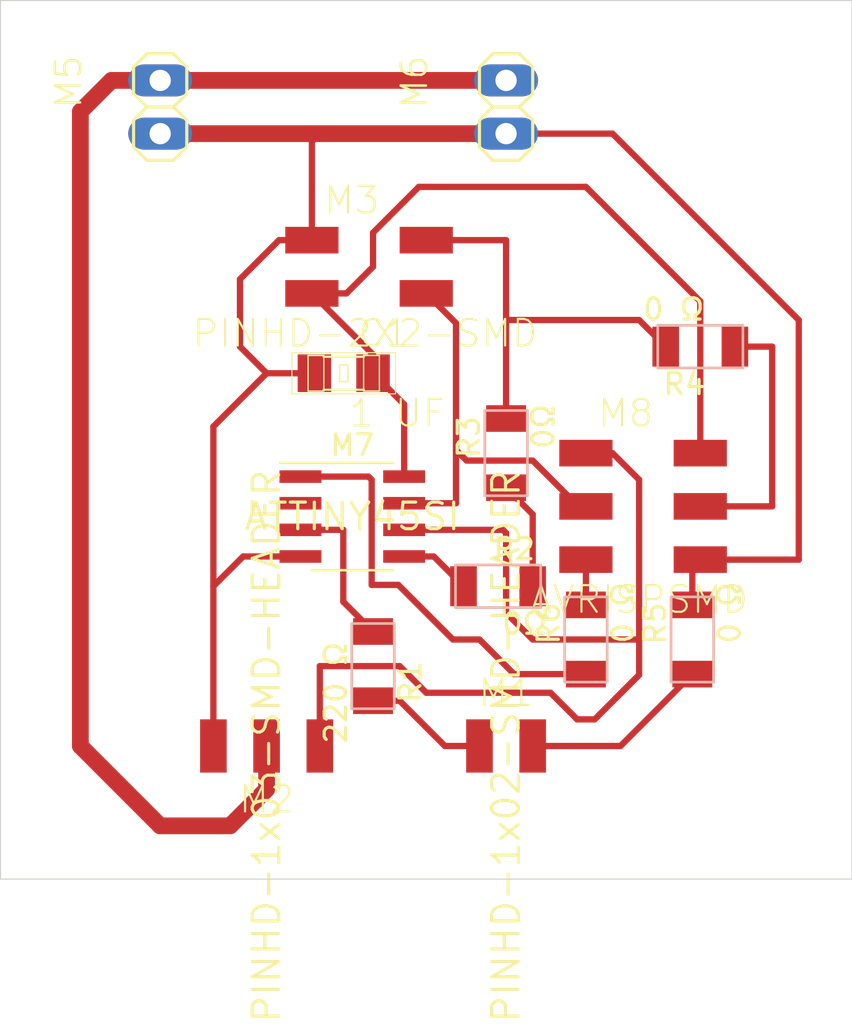
<source format=kicad_pcb>
(kicad_pcb (version 20171130) (host pcbnew "(5.1.9-0-10_14)")

  (general
    (thickness 1.6)
    (drawings 15)
    (tracks 100)
    (zones 0)
    (modules 14)
    (nets 13)
  )

  (page A4)
  (layers
    (0 F.Cu signal)
    (31 B.Cu signal)
    (32 B.Adhes user)
    (33 F.Adhes user)
    (34 B.Paste user)
    (35 F.Paste user)
    (36 B.SilkS user)
    (37 F.SilkS user)
    (38 B.Mask user)
    (39 F.Mask user)
    (40 Dwgs.User user)
    (41 Cmts.User user)
    (42 Eco1.User user)
    (43 Eco2.User user)
    (44 Edge.Cuts user)
    (45 Margin user)
    (46 B.CrtYd user)
    (47 F.CrtYd user)
    (48 B.Fab user)
    (49 F.Fab user)
  )

  (setup
    (last_trace_width 0.3)
    (trace_clearance 0.4)
    (zone_clearance 0.508)
    (zone_45_only no)
    (trace_min 0.2)
    (via_size 0.8)
    (via_drill 0.4)
    (via_min_size 0.4)
    (via_min_drill 0.3)
    (uvia_size 0.3)
    (uvia_drill 0.1)
    (uvias_allowed no)
    (uvia_min_size 0.2)
    (uvia_min_drill 0.1)
    (edge_width 0.05)
    (segment_width 0.2)
    (pcb_text_width 0.3)
    (pcb_text_size 1.5 1.5)
    (mod_edge_width 0.12)
    (mod_text_size 1 1)
    (mod_text_width 0.15)
    (pad_size 1.524 1.524)
    (pad_drill 0.762)
    (pad_to_mask_clearance 0)
    (aux_axis_origin 0 0)
    (visible_elements FFFFFF7F)
    (pcbplotparams
      (layerselection 0x010fc_ffffffff)
      (usegerberextensions false)
      (usegerberattributes true)
      (usegerberadvancedattributes true)
      (creategerberjobfile true)
      (excludeedgelayer true)
      (linewidth 0.100000)
      (plotframeref false)
      (viasonmask false)
      (mode 1)
      (useauxorigin false)
      (hpglpennumber 1)
      (hpglpenspeed 20)
      (hpglpendiameter 15.000000)
      (psnegative false)
      (psa4output false)
      (plotreference true)
      (plotvalue true)
      (plotinvisibletext false)
      (padsonsilk false)
      (subtractmaskfromsilk false)
      (outputformat 1)
      (mirror false)
      (drillshape 1)
      (scaleselection 1)
      (outputdirectory ""))
  )

  (net 0 "")
  (net 1 LED)
  (net 2 GND)
  (net 3 MISO)
  (net 4 POWERLINE)
  (net 5 VCC)
  (net 6 RESET)
  (net 7 SCK)
  (net 8 MOSI)
  (net 9 "Net-(M7-Pad2)")
  (net 10 "Net-(M1-Pad2)")
  (net 11 SDA)
  (net 12 MOSISDA)

  (net_class Default "This is the default net class."
    (clearance 0.4)
    (trace_width 0.3)
    (via_dia 0.8)
    (via_drill 0.4)
    (uvia_dia 0.3)
    (uvia_drill 0.1)
    (add_net GND)
    (add_net LED)
    (add_net MISO)
    (add_net MOSI)
    (add_net MOSISDA)
    (add_net "Net-(M1-Pad2)")
    (add_net "Net-(M7-Pad2)")
    (add_net RESET)
    (add_net SCK)
    (add_net SDA)
    (add_net VCC)
  )

  (net_class GNDLine ""
    (clearance 0.4)
    (trace_width 0.8)
    (via_dia 0.8)
    (via_drill 0.4)
    (uvia_dia 0.3)
    (uvia_drill 0.1)
  )

  (net_class Powerline ""
    (clearance 0.4)
    (trace_width 0.8)
    (via_dia 0.8)
    (via_drill 0.4)
    (uvia_dia 0.3)
    (uvia_drill 0.1)
    (add_net POWERLINE)
  )

  (module fab:fab-R1206FAB (layer F.Cu) (tedit 200000) (tstamp 608DC1D4)
    (at 124.46 83.82 90)
    (path /60941ADF)
    (attr smd)
    (fp_text reference R6 (at 0.762 -1.778 90) (layer F.SilkS)
      (effects (font (size 1.016 1.016) (thickness 0.1524)))
    )
    (fp_text value "0 Ω" (at 1.27 1.778 90) (layer F.SilkS)
      (effects (font (size 1.016 1.016) (thickness 0.1524)))
    )
    (fp_line (start -2.032 -1.016) (end 2.032 -1.016) (layer B.SilkS) (width 0.127))
    (fp_line (start 2.032 -1.016) (end 2.032 1.016) (layer B.SilkS) (width 0.127))
    (fp_line (start 2.032 1.016) (end -2.032 1.016) (layer B.SilkS) (width 0.127))
    (fp_line (start -2.032 1.016) (end -2.032 -1.016) (layer B.SilkS) (width 0.127))
    (pad 2 smd rect (at 1.651 0 90) (size 1.27 1.905) (layers F.Cu F.Paste F.Mask)
      (net 6 RESET))
    (pad 1 smd rect (at -1.651 0 90) (size 1.27 1.905) (layers F.Cu F.Paste F.Mask)
      (net 6 RESET))
  )

  (module fab:fab-R1206FAB (layer F.Cu) (tedit 200000) (tstamp 608DC1A6)
    (at 120.65 74.93 90)
    (path /6092049A)
    (attr smd)
    (fp_text reference R3 (at 0.762 -1.778 90) (layer F.SilkS)
      (effects (font (size 1.016 1.016) (thickness 0.1524)))
    )
    (fp_text value 0Ω (at 1.27 1.778 90) (layer F.SilkS)
      (effects (font (size 1.016 1.016) (thickness 0.1524)))
    )
    (fp_line (start -2.032 -1.016) (end 2.032 -1.016) (layer B.SilkS) (width 0.127))
    (fp_line (start 2.032 -1.016) (end 2.032 1.016) (layer B.SilkS) (width 0.127))
    (fp_line (start 2.032 1.016) (end -2.032 1.016) (layer B.SilkS) (width 0.127))
    (fp_line (start -2.032 1.016) (end -2.032 -1.016) (layer B.SilkS) (width 0.127))
    (pad 2 smd rect (at 1.651 0 90) (size 1.27 1.905) (layers F.Cu F.Paste F.Mask)
      (net 11 SDA))
    (pad 1 smd rect (at -1.651 0 90) (size 1.27 1.905) (layers F.Cu F.Paste F.Mask)
      (net 8 MOSI))
  )

  (module fab:fab-R1206FAB (layer F.Cu) (tedit 200000) (tstamp 608DBD60)
    (at 129.54 83.82 90)
    (path /60936C1C)
    (attr smd)
    (fp_text reference R5 (at 0.762 -1.778 90) (layer F.SilkS)
      (effects (font (size 1.016 1.016) (thickness 0.1524)))
    )
    (fp_text value "0 Ω" (at 1.27 1.778 90) (layer F.SilkS)
      (effects (font (size 1.016 1.016) (thickness 0.1524)))
    )
    (fp_line (start -2.032 -1.016) (end 2.032 -1.016) (layer B.SilkS) (width 0.127))
    (fp_line (start 2.032 -1.016) (end 2.032 1.016) (layer B.SilkS) (width 0.127))
    (fp_line (start 2.032 1.016) (end -2.032 1.016) (layer B.SilkS) (width 0.127))
    (fp_line (start -2.032 1.016) (end -2.032 -1.016) (layer B.SilkS) (width 0.127))
    (pad 2 smd rect (at 1.651 0 90) (size 1.27 1.905) (layers F.Cu F.Paste F.Mask)
      (net 2 GND))
    (pad 1 smd rect (at -1.651 0 90) (size 1.27 1.905) (layers F.Cu F.Paste F.Mask)
      (net 2 GND))
  )

  (module fab:fab-R1206FAB (layer F.Cu) (tedit 200000) (tstamp 608DBA51)
    (at 129.921 69.85 180)
    (path /60932FD5)
    (attr smd)
    (fp_text reference R4 (at 0.762 -1.778) (layer F.SilkS)
      (effects (font (size 1.016 1.016) (thickness 0.1524)))
    )
    (fp_text value "0 Ω" (at 1.27 1.778) (layer F.SilkS)
      (effects (font (size 1.016 1.016) (thickness 0.1524)))
    )
    (fp_line (start -2.032 -1.016) (end 2.032 -1.016) (layer B.SilkS) (width 0.127))
    (fp_line (start 2.032 -1.016) (end 2.032 1.016) (layer B.SilkS) (width 0.127))
    (fp_line (start 2.032 1.016) (end -2.032 1.016) (layer B.SilkS) (width 0.127))
    (fp_line (start -2.032 1.016) (end -2.032 -1.016) (layer B.SilkS) (width 0.127))
    (pad 2 smd rect (at 1.651 0 180) (size 1.27 1.905) (layers F.Cu F.Paste F.Mask)
      (net 11 SDA))
    (pad 1 smd rect (at -1.651 0 180) (size 1.27 1.905) (layers F.Cu F.Paste F.Mask)
      (net 8 MOSI))
  )

  (module fab:fab-R1206FAB (layer F.Cu) (tedit 200000) (tstamp 608DB532)
    (at 120.269 81.28)
    (path /6091A178)
    (attr smd)
    (fp_text reference R2 (at 0.762 -1.778) (layer F.SilkS)
      (effects (font (size 1.016 1.016) (thickness 0.1524)))
    )
    (fp_text value 0Ω (at 1.27 1.778) (layer F.SilkS)
      (effects (font (size 1.016 1.016) (thickness 0.1524)))
    )
    (fp_line (start -2.032 -1.016) (end 2.032 -1.016) (layer B.SilkS) (width 0.127))
    (fp_line (start 2.032 -1.016) (end 2.032 1.016) (layer B.SilkS) (width 0.127))
    (fp_line (start 2.032 1.016) (end -2.032 1.016) (layer B.SilkS) (width 0.127))
    (fp_line (start -2.032 1.016) (end -2.032 -1.016) (layer B.SilkS) (width 0.127))
    (pad 2 smd rect (at 1.651 0) (size 1.27 1.905) (layers F.Cu F.Paste F.Mask)
      (net 8 MOSI))
    (pad 1 smd rect (at -1.651 0) (size 1.27 1.905) (layers F.Cu F.Paste F.Mask)
      (net 12 MOSISDA))
  )

  (module fab:fab-R1206FAB (layer F.Cu) (tedit 200000) (tstamp 608DAD49)
    (at 114.3 85.09 270)
    (path /6090E605)
    (attr smd)
    (fp_text reference R1 (at 0.762 -1.778 90) (layer F.SilkS)
      (effects (font (size 1.016 1.016) (thickness 0.1524)))
    )
    (fp_text value "220 Ω" (at 1.27 1.778 90) (layer F.SilkS)
      (effects (font (size 1.016 1.016) (thickness 0.1524)))
    )
    (fp_line (start -2.032 -1.016) (end 2.032 -1.016) (layer B.SilkS) (width 0.127))
    (fp_line (start 2.032 -1.016) (end 2.032 1.016) (layer B.SilkS) (width 0.127))
    (fp_line (start 2.032 1.016) (end -2.032 1.016) (layer B.SilkS) (width 0.127))
    (fp_line (start -2.032 1.016) (end -2.032 -1.016) (layer B.SilkS) (width 0.127))
    (pad 2 smd rect (at 1.651 0 270) (size 1.27 1.905) (layers F.Cu F.Paste F.Mask)
      (net 10 "Net-(M1-Pad2)"))
    (pad 1 smd rect (at -1.651 0 270) (size 1.27 1.905) (layers F.Cu F.Paste F.Mask)
      (net 1 LED))
  )

  (module fab:fab-2X02SMD (layer F.Cu) (tedit 200000) (tstamp 608DA847)
    (at 113.92154 66.04)
    (path /60909560)
    (attr smd)
    (fp_text reference M3 (at -0.635 -3.175) (layer F.SilkS)
      (effects (font (size 1.27 1.27) (thickness 0.1016)))
    )
    (fp_text value PINHD-2X2-SMD (at 0 3.175) (layer F.SilkS)
      (effects (font (size 1.27 1.27) (thickness 0.1016)))
    )
    (pad 4 smd rect (at 2.91846 1.27) (size 2.54 1.27) (layers F.Cu F.Paste F.Mask)
      (net 7 SCK))
    (pad 3 smd rect (at -2.54 1.27) (size 2.54 1.27) (layers F.Cu F.Paste F.Mask)
      (net 5 VCC))
    (pad 2 smd rect (at 2.91846 -1.27) (size 2.54 1.27) (layers F.Cu F.Paste F.Mask)
      (net 11 SDA))
    (pad 1 smd rect (at -2.54 -1.27) (size 2.54 1.27) (layers F.Cu F.Paste F.Mask)
      (net 2 GND))
  )

  (module fab:fab-C1206 (layer F.Cu) (tedit 200000) (tstamp 608DA5CD)
    (at 112.90046 71.12)
    (descr CAPACITOR)
    (tags CAPACITOR)
    (path /608FF625)
    (attr smd)
    (fp_text reference C1 (at 1.905 -1.905) (layer F.SilkS)
      (effects (font (size 1.27 1.27) (thickness 0.1016)))
    )
    (fp_text value "1 UF" (at 2.54 1.905) (layer F.SilkS)
      (effects (font (size 1.27 1.27) (thickness 0.1016)))
    )
    (fp_line (start -1.7018 0.8509) (end -0.94996 0.8509) (layer F.SilkS) (width 0.06604))
    (fp_line (start -0.94996 0.8509) (end -0.94996 -0.84836) (layer F.SilkS) (width 0.06604))
    (fp_line (start -1.7018 -0.84836) (end -0.94996 -0.84836) (layer F.SilkS) (width 0.06604))
    (fp_line (start -1.7018 0.8509) (end -1.7018 -0.84836) (layer F.SilkS) (width 0.06604))
    (fp_line (start 0.94996 0.84836) (end 1.7018 0.84836) (layer F.SilkS) (width 0.06604))
    (fp_line (start 1.7018 0.84836) (end 1.7018 -0.8509) (layer F.SilkS) (width 0.06604))
    (fp_line (start 0.94996 -0.8509) (end 1.7018 -0.8509) (layer F.SilkS) (width 0.06604))
    (fp_line (start 0.94996 0.84836) (end 0.94996 -0.8509) (layer F.SilkS) (width 0.06604))
    (fp_line (start -0.19812 0.39878) (end 0.19812 0.39878) (layer F.SilkS) (width 0.06604))
    (fp_line (start 0.19812 0.39878) (end 0.19812 -0.39878) (layer F.SilkS) (width 0.06604))
    (fp_line (start -0.19812 -0.39878) (end 0.19812 -0.39878) (layer F.SilkS) (width 0.06604))
    (fp_line (start -0.19812 0.39878) (end -0.19812 -0.39878) (layer F.SilkS) (width 0.06604))
    (fp_line (start -2.47142 -0.98298) (end 2.47142 -0.98298) (layer F.SilkS) (width 0.0508))
    (fp_line (start 2.47142 0.98298) (end -2.47142 0.98298) (layer F.SilkS) (width 0.0508))
    (fp_line (start -2.47142 0.98298) (end -2.47142 -0.98298) (layer F.SilkS) (width 0.0508))
    (fp_line (start 2.47142 -0.98298) (end 2.47142 0.98298) (layer F.SilkS) (width 0.0508))
    (fp_line (start -0.96266 -0.78486) (end 0.96266 -0.78486) (layer F.SilkS) (width 0.1016))
    (fp_line (start -0.96266 0.78486) (end 0.96266 0.78486) (layer F.SilkS) (width 0.1016))
    (pad 2 smd rect (at 1.39954 0) (size 1.59766 1.79832) (layers F.Cu F.Paste F.Mask)
      (net 5 VCC))
    (pad 1 smd rect (at -1.39954 0) (size 1.59766 1.79832) (layers F.Cu F.Paste F.Mask)
      (net 2 GND))
  )

  (module fab:fab-2X03SMD (layer F.Cu) (tedit 200000) (tstamp 608DA254)
    (at 127 77.47)
    (path /608DF1A3)
    (attr smd)
    (fp_text reference M8 (at -0.635 -4.445) (layer F.SilkS)
      (effects (font (size 1.27 1.27) (thickness 0.1016)))
    )
    (fp_text value AVRISPSMD (at 0 4.445) (layer F.SilkS)
      (effects (font (size 1.27 1.27) (thickness 0.1016)))
    )
    (pad 6 smd rect (at 2.91846 2.54) (size 2.54 1.27) (layers F.Cu F.Paste F.Mask)
      (net 2 GND))
    (pad 5 smd rect (at -2.54 2.54) (size 2.54 1.27) (layers F.Cu F.Paste F.Mask)
      (net 6 RESET))
    (pad 4 smd rect (at 2.91846 0) (size 2.54 1.27) (layers F.Cu F.Paste F.Mask)
      (net 8 MOSI))
    (pad 3 smd rect (at -2.54 0) (size 2.54 1.27) (layers F.Cu F.Paste F.Mask)
      (net 7 SCK))
    (pad 2 smd rect (at 2.91846 -2.54) (size 2.54 1.27) (layers F.Cu F.Paste F.Mask)
      (net 5 VCC))
    (pad 1 smd rect (at -2.54 -2.54) (size 2.54 1.27) (layers F.Cu F.Paste F.Mask)
      (net 3 MISO))
  )

  (module fab:fab-SOIC-8_3.9x4.9mm_P1.27mm (layer F.Cu) (tedit 5EABE866) (tstamp 608DA24A)
    (at 113.310001 77.955001)
    (descr "SOIC, 8 Pin, fab version")
    (tags "SOIC fab")
    (path /608DB39D)
    (attr smd)
    (fp_text reference M7 (at 0 -3.4) (layer F.SilkS)
      (effects (font (size 1 1) (thickness 0.15)))
    )
    (fp_text value ATTINY45SI (at 0 0) (layer F.SilkS)
      (effects (font (size 1.27 1.27) (thickness 0.15)))
    )
    (fp_line (start -1.95 -1.475) (end -0.975 -2.45) (layer F.Fab) (width 0.1))
    (fp_line (start -1.95 2.45) (end -1.95 -1.475) (layer F.Fab) (width 0.1))
    (fp_line (start 1.95 2.45) (end -1.95 2.45) (layer F.Fab) (width 0.1))
    (fp_line (start 1.95 -2.45) (end 1.95 2.45) (layer F.Fab) (width 0.1))
    (fp_line (start -0.975 -2.45) (end 1.95 -2.45) (layer F.Fab) (width 0.1))
    (fp_line (start 0 -2.56) (end -3.45 -2.56) (layer F.SilkS) (width 0.12))
    (fp_line (start 0 -2.56) (end 1.95 -2.56) (layer F.SilkS) (width 0.12))
    (fp_line (start 0 2.56) (end -1.95 2.56) (layer F.SilkS) (width 0.12))
    (fp_line (start 0 2.56) (end 1.95 2.56) (layer F.SilkS) (width 0.12))
    (pad 1 smd rect (at -2.475 -1.905) (size 2 0.6) (layers F.Cu)
      (net 6 RESET))
    (pad 2 smd rect (at -2.475 -0.635) (size 2 0.6) (layers F.Cu)
      (net 9 "Net-(M7-Pad2)"))
    (pad 3 smd rect (at -2.475 0.635) (size 2 0.6) (layers F.Cu)
      (net 1 LED))
    (pad 4 smd rect (at -2.475 1.905) (size 2 0.6) (layers F.Cu)
      (net 2 GND))
    (pad 5 smd rect (at 2.475 1.905) (size 2 0.6) (layers F.Cu)
      (net 12 MOSISDA))
    (pad 6 smd rect (at 2.475 0.635) (size 2 0.6) (layers F.Cu)
      (net 3 MISO))
    (pad 7 smd rect (at 2.475 -0.635) (size 2 0.6) (layers F.Cu)
      (net 7 SCK))
    (pad 8 smd rect (at 2.475 -1.905) (size 2 0.6) (layers F.Cu)
      (net 5 VCC))
    (model ${KISYS3DMOD}/Package_SO.3dshapes/SOIC-8_3.9x4.9mm_P1.27mm.wrl
      (at (xyz 0 0 0))
      (scale (xyz 1 1 1))
      (rotate (xyz 0 0 0))
    )
  )

  (module fab:fab-1X02 (layer F.Cu) (tedit 5E6F637F) (tstamp 608DA235)
    (at 120.65 58.42 90)
    (descr "PIN HEADER")
    (path /608ED4F9)
    (fp_text reference M6 (at 2.54 -5.08 270) (layer F.SilkS)
      (effects (font (size 1.2065 1.2065) (thickness 0.12065)) (justify right top))
    )
    (fp_text value PINHD-1x02-HEADER (at -2.54 3.175 270) (layer F.Fab)
      (effects (font (size 1.2065 1.2065) (thickness 0.09652)) (justify right top))
    )
    (fp_line (start -1.905 -1.27) (end -0.635 -1.27) (layer F.SilkS) (width 0.1524))
    (fp_line (start -0.635 -1.27) (end 0 -0.635) (layer F.SilkS) (width 0.1524))
    (fp_line (start 0 -0.635) (end 0 0.635) (layer F.SilkS) (width 0.1524))
    (fp_line (start 0 0.635) (end -0.635 1.27) (layer F.SilkS) (width 0.1524))
    (fp_line (start 0 -0.635) (end 0.635 -1.27) (layer F.SilkS) (width 0.1524))
    (fp_line (start 0.635 -1.27) (end 1.905 -1.27) (layer F.SilkS) (width 0.1524))
    (fp_line (start 1.905 -1.27) (end 2.54 -0.635) (layer F.SilkS) (width 0.1524))
    (fp_line (start 2.54 -0.635) (end 2.54 0.635) (layer F.SilkS) (width 0.1524))
    (fp_line (start 2.54 0.635) (end 1.905 1.27) (layer F.SilkS) (width 0.1524))
    (fp_line (start 1.905 1.27) (end 0.635 1.27) (layer F.SilkS) (width 0.1524))
    (fp_line (start 0.635 1.27) (end 0 0.635) (layer F.SilkS) (width 0.1524))
    (fp_line (start -2.54 -0.635) (end -2.54 0.635) (layer F.SilkS) (width 0.1524))
    (fp_line (start -1.905 -1.27) (end -2.54 -0.635) (layer F.SilkS) (width 0.1524))
    (fp_line (start -2.54 0.635) (end -1.905 1.27) (layer F.SilkS) (width 0.1524))
    (fp_line (start -0.635 1.27) (end -1.905 1.27) (layer F.SilkS) (width 0.1524))
    (fp_poly (pts (xy 1.016 0.254) (xy 1.524 0.254) (xy 1.524 -0.254) (xy 1.016 -0.254)) (layer F.Fab) (width 0))
    (fp_poly (pts (xy -1.524 0.254) (xy -1.016 0.254) (xy -1.016 -0.254) (xy -1.524 -0.254)) (layer F.Fab) (width 0))
    (pad 2 thru_hole oval (at 1.27 0 180) (size 3.048 1.524) (drill 1.016) (layers *.Cu *.Mask)
      (net 4 POWERLINE) (solder_mask_margin 0.1016))
    (pad 1 thru_hole oval (at -1.27 0 180) (size 3.048 1.524) (drill 1.016) (layers *.Cu *.Mask)
      (net 2 GND) (solder_mask_margin 0.1016))
  )

  (module fab:fab-1X02 (layer F.Cu) (tedit 5E6F637F) (tstamp 608DA21E)
    (at 104.14 58.42 90)
    (descr "PIN HEADER")
    (path /608EC3A3)
    (fp_text reference M5 (at 2.54 -5.08 270) (layer F.SilkS)
      (effects (font (size 1.2065 1.2065) (thickness 0.12065)) (justify right top))
    )
    (fp_text value PINHD-1x02-HEADER (at -2.54 3.175 270) (layer F.Fab)
      (effects (font (size 1.2065 1.2065) (thickness 0.09652)) (justify right top))
    )
    (fp_line (start -1.905 -1.27) (end -0.635 -1.27) (layer F.SilkS) (width 0.1524))
    (fp_line (start -0.635 -1.27) (end 0 -0.635) (layer F.SilkS) (width 0.1524))
    (fp_line (start 0 -0.635) (end 0 0.635) (layer F.SilkS) (width 0.1524))
    (fp_line (start 0 0.635) (end -0.635 1.27) (layer F.SilkS) (width 0.1524))
    (fp_line (start 0 -0.635) (end 0.635 -1.27) (layer F.SilkS) (width 0.1524))
    (fp_line (start 0.635 -1.27) (end 1.905 -1.27) (layer F.SilkS) (width 0.1524))
    (fp_line (start 1.905 -1.27) (end 2.54 -0.635) (layer F.SilkS) (width 0.1524))
    (fp_line (start 2.54 -0.635) (end 2.54 0.635) (layer F.SilkS) (width 0.1524))
    (fp_line (start 2.54 0.635) (end 1.905 1.27) (layer F.SilkS) (width 0.1524))
    (fp_line (start 1.905 1.27) (end 0.635 1.27) (layer F.SilkS) (width 0.1524))
    (fp_line (start 0.635 1.27) (end 0 0.635) (layer F.SilkS) (width 0.1524))
    (fp_line (start -2.54 -0.635) (end -2.54 0.635) (layer F.SilkS) (width 0.1524))
    (fp_line (start -1.905 -1.27) (end -2.54 -0.635) (layer F.SilkS) (width 0.1524))
    (fp_line (start -2.54 0.635) (end -1.905 1.27) (layer F.SilkS) (width 0.1524))
    (fp_line (start -0.635 1.27) (end -1.905 1.27) (layer F.SilkS) (width 0.1524))
    (fp_poly (pts (xy 1.016 0.254) (xy 1.524 0.254) (xy 1.524 -0.254) (xy 1.016 -0.254)) (layer F.Fab) (width 0))
    (fp_poly (pts (xy -1.524 0.254) (xy -1.016 0.254) (xy -1.016 -0.254) (xy -1.524 -0.254)) (layer F.Fab) (width 0))
    (pad 2 thru_hole oval (at 1.27 0 180) (size 3.048 1.524) (drill 1.016) (layers *.Cu *.Mask)
      (net 4 POWERLINE) (solder_mask_margin 0.1016))
    (pad 1 thru_hole oval (at -1.27 0 180) (size 3.048 1.524) (drill 1.016) (layers *.Cu *.Mask)
      (net 2 GND) (solder_mask_margin 0.1016))
  )

  (module fab:fab-1X03SMD (layer F.Cu) (tedit 5E6F668D) (tstamp 608DA1CD)
    (at 109.22 88.9 90)
    (path /608E4FFE)
    (attr smd)
    (fp_text reference M2 (at -2.54 0) (layer F.SilkS)
      (effects (font (size 1.27 1.27) (thickness 0.1016)))
    )
    (fp_text value PINHD-1x03-SMD-HEADER (at 0 0 90) (layer F.SilkS)
      (effects (font (size 1.27 1.27) (thickness 0.15)))
    )
    (pad 3 smd rect (at 0 2.54 90) (size 2.54 1.27) (layers F.Cu F.Paste F.Mask)
      (net 3 MISO))
    (pad 2 smd rect (at 0 0 90) (size 2.54 1.27) (layers F.Cu F.Paste F.Mask)
      (net 4 POWERLINE))
    (pad 1 smd rect (at 0 -2.54 90) (size 2.54 1.27) (layers F.Cu F.Paste F.Mask)
      (net 2 GND))
  )

  (module fab:fab-1X02SMD (layer F.Cu) (tedit 5E6F6664) (tstamp 608DA1C6)
    (at 120.65 88.9 270)
    (path /608E8C78)
    (attr smd)
    (fp_text reference M1 (at -2.54 0) (layer F.SilkS)
      (effects (font (size 1.27 1.27) (thickness 0.1016)))
    )
    (fp_text value PINHD-1x02-SMD-HEADER (at 0 0 90) (layer F.SilkS)
      (effects (font (size 1.27 1.27) (thickness 0.15)))
    )
    (pad 2 smd rect (at 0 1.27 270) (size 2.54 1.27) (layers F.Cu F.Paste F.Mask)
      (net 10 "Net-(M1-Pad2)"))
    (pad 1 smd rect (at 0 -1.27 270) (size 2.54 1.27) (layers F.Cu F.Paste F.Mask)
      (net 2 GND))
  )

  (gr_line (start 130.175 91.948) (end 129.54 91.44) (layer Dwgs.User) (width 0.15) (tstamp 608DCC24))
  (gr_line (start 130.175 92.837) (end 130.175 91.948) (layer Dwgs.User) (width 0.15))
  (gr_line (start 130.683 92.202) (end 130.175 92.837) (layer Dwgs.User) (width 0.15))
  (gr_line (start 131.445 92.583) (end 130.683 92.202) (layer Dwgs.User) (width 0.15))
  (gr_line (start 131.191 91.948) (end 131.445 92.583) (layer Dwgs.User) (width 0.15))
  (gr_line (start 131.826 91.44) (end 131.191 91.948) (layer Dwgs.User) (width 0.15))
  (gr_line (start 131.064 91.313) (end 131.826 91.44) (layer Dwgs.User) (width 0.15))
  (gr_line (start 130.556 90.678) (end 131.064 91.313) (layer Dwgs.User) (width 0.15))
  (gr_line (start 130.175 91.313) (end 130.556 90.678) (layer Dwgs.User) (width 0.15))
  (gr_line (start 129.54 91.44) (end 130.175 91.313) (layer Dwgs.User) (width 0.15))
  (gr_line (start 96.52 95.25) (end 99.06 95.25) (layer Edge.Cuts) (width 0.05) (tstamp 608DCBFD))
  (gr_line (start 96.52 53.34) (end 96.52 95.25) (layer Edge.Cuts) (width 0.05))
  (gr_line (start 137.16 53.34) (end 96.52 53.34) (layer Edge.Cuts) (width 0.05))
  (gr_line (start 137.16 95.25) (end 137.16 53.34) (layer Edge.Cuts) (width 0.05))
  (gr_line (start 99.06 95.25) (end 137.16 95.25) (layer Edge.Cuts) (width 0.05))

  (segment (start 111.855003 78.590001) (end 110.835001 78.590001) (width 0.3) (layer F.Cu) (net 1))
  (segment (start 110.835001 78.590001) (end 112.880001 78.590001) (width 0.3) (layer F.Cu) (net 1))
  (segment (start 112.880001 82.019001) (end 114.3 83.439) (width 0.3) (layer F.Cu) (net 1))
  (segment (start 112.880001 78.590001) (end 112.880001 82.019001) (width 0.3) (layer F.Cu) (net 1))
  (segment (start 110.835001 79.860001) (end 108.099999 79.860001) (width 0.3) (layer F.Cu) (net 2))
  (segment (start 108.099999 79.860001) (end 106.68 81.28) (width 0.3) (layer F.Cu) (net 2))
  (segment (start 106.68 81.28) (end 106.68 88.9) (width 0.3) (layer F.Cu) (net 2))
  (segment (start 111.50092 71.12) (end 109.22 71.12) (width 0.3) (layer F.Cu) (net 2))
  (segment (start 109.22 71.12) (end 107.95 69.85) (width 0.3) (layer F.Cu) (net 2))
  (segment (start 109.81154 64.77) (end 111.38154 64.77) (width 0.3) (layer F.Cu) (net 2))
  (segment (start 107.95 66.63154) (end 109.81154 64.77) (width 0.3) (layer F.Cu) (net 2))
  (segment (start 107.95 69.85) (end 107.95 66.63154) (width 0.3) (layer F.Cu) (net 2))
  (segment (start 129.54 80.38846) (end 129.91846 80.01) (width 0.3) (layer F.Cu) (net 2))
  (segment (start 129.54 82.169) (end 129.54 80.38846) (width 0.3) (layer F.Cu) (net 2))
  (segment (start 126.111 88.9) (end 129.54 85.471) (width 0.3) (layer F.Cu) (net 2))
  (segment (start 121.92 88.9) (end 126.111 88.9) (width 0.3) (layer F.Cu) (net 2))
  (segment (start 109.22 71.12) (end 106.68 73.66) (width 0.3) (layer F.Cu) (net 2))
  (segment (start 106.68 73.66) (end 106.68 81.28) (width 0.3) (layer F.Cu) (net 2))
  (segment (start 111.38154 64.77) (end 111.38154 60.06846) (width 0.3) (layer F.Cu) (net 2))
  (segment (start 111.38154 60.06846) (end 111.76 59.69) (width 0.3) (layer F.Cu) (net 2))
  (segment (start 111.76 59.69) (end 120.65 59.69) (width 0.8) (layer F.Cu) (net 2))
  (segment (start 104.14 59.69) (end 111.76 59.69) (width 0.8) (layer F.Cu) (net 2))
  (segment (start 129.91846 80.01) (end 134.62 80.01) (width 0.3) (layer F.Cu) (net 2))
  (segment (start 134.62 80.01) (end 134.62 68.58) (width 0.3) (layer F.Cu) (net 2))
  (segment (start 125.73 59.69) (end 120.65 59.69) (width 0.3) (layer F.Cu) (net 2))
  (segment (start 134.62 68.58) (end 125.73 59.69) (width 0.3) (layer F.Cu) (net 2))
  (segment (start 115.785001 78.590001) (end 120.500001 78.590001) (width 0.3) (layer F.Cu) (net 3))
  (segment (start 120.65 78.74) (end 120.65 82.587502) (width 0.3) (layer F.Cu) (net 3))
  (segment (start 120.500001 78.590001) (end 120.65 78.74) (width 0.3) (layer F.Cu) (net 3))
  (segment (start 111.76 86.36) (end 111.76 88.9) (width 0.3) (layer F.Cu) (net 3))
  (segment (start 111.76 86.36) (end 111.76 85.09) (width 0.3) (layer F.Cu) (net 3))
  (segment (start 120.65 82.587502) (end 120.687502 82.587502) (width 0.3) (layer F.Cu) (net 3))
  (segment (start 120.687502 82.587502) (end 121.92 83.82) (width 0.3) (layer F.Cu) (net 3))
  (segment (start 127 85.508502) (end 124.878502 87.63) (width 0.3) (layer F.Cu) (net 3))
  (segment (start 124.041498 87.63) (end 122.771498 86.36) (width 0.3) (layer F.Cu) (net 3))
  (segment (start 124.878502 87.63) (end 124.041498 87.63) (width 0.3) (layer F.Cu) (net 3))
  (segment (start 122.771498 86.36) (end 116.84 86.36) (width 0.3) (layer F.Cu) (net 3))
  (segment (start 116.84 86.36) (end 115.57 85.09) (width 0.3) (layer F.Cu) (net 3))
  (segment (start 115.57 85.09) (end 111.76 85.09) (width 0.3) (layer F.Cu) (net 3))
  (segment (start 125.852501 86.656001) (end 127 85.508502) (width 0.3) (layer F.Cu) (net 3))
  (segment (start 127 83.82) (end 127 85.09) (width 0.3) (layer F.Cu) (net 3))
  (segment (start 127 85.508502) (end 127 85.09) (width 0.3) (layer F.Cu) (net 3))
  (segment (start 127 83.82) (end 121.92 83.82) (width 0.3) (layer F.Cu) (net 3))
  (segment (start 127 83.82) (end 127 76.2) (width 0.3) (layer F.Cu) (net 3))
  (segment (start 127 76.2) (end 125.73 74.93) (width 0.3) (layer F.Cu) (net 3))
  (segment (start 125.73 74.93) (end 124.46 74.93) (width 0.3) (layer F.Cu) (net 3))
  (segment (start 104.14 57.15) (end 120.65 57.15) (width 0.8) (layer F.Cu) (net 4))
  (segment (start 101.816 57.15) (end 104.14 57.15) (width 0.8) (layer F.Cu) (net 4))
  (segment (start 100.33 88.9) (end 100.33 58.636) (width 0.8) (layer F.Cu) (net 4))
  (segment (start 100.33 58.636) (end 101.816 57.15) (width 0.8) (layer F.Cu) (net 4))
  (segment (start 107.48 92.71) (end 104.14 92.71) (width 0.8) (layer F.Cu) (net 4))
  (segment (start 109.22 90.97) (end 107.48 92.71) (width 0.8) (layer F.Cu) (net 4))
  (segment (start 104.14 92.71) (end 100.33 88.9) (width 0.8) (layer F.Cu) (net 4))
  (segment (start 109.22 88.9) (end 109.22 90.97) (width 0.8) (layer F.Cu) (net 4))
  (segment (start 115.785001 72.605001) (end 114.3 71.12) (width 0.3) (layer F.Cu) (net 5))
  (segment (start 115.785001 76.050001) (end 115.785001 72.605001) (width 0.3) (layer F.Cu) (net 5))
  (segment (start 114.3 70.22846) (end 111.38154 67.31) (width 0.3) (layer F.Cu) (net 5))
  (segment (start 114.3 71.12) (end 114.3 70.22846) (width 0.3) (layer F.Cu) (net 5))
  (segment (start 111.38154 67.31) (end 113.03 67.31) (width 0.3) (layer F.Cu) (net 5))
  (segment (start 113.03 67.31) (end 114.3 66.04) (width 0.3) (layer F.Cu) (net 5))
  (segment (start 114.3 64.414998) (end 116.484998 62.23) (width 0.3) (layer F.Cu) (net 5))
  (segment (start 114.3 66.04) (end 114.3 64.414998) (width 0.3) (layer F.Cu) (net 5))
  (segment (start 116.484998 62.23) (end 124.46 62.23) (width 0.3) (layer F.Cu) (net 5))
  (segment (start 129.91846 67.68846) (end 129.91846 74.93) (width 0.3) (layer F.Cu) (net 5))
  (segment (start 124.46 62.23) (end 129.91846 67.68846) (width 0.3) (layer F.Cu) (net 5))
  (segment (start 110.835001 76.050001) (end 114.085001 76.050001) (width 0.3) (layer F.Cu) (net 6))
  (segment (start 114.235 76.2) (end 114.235 81.215) (width 0.3) (layer F.Cu) (net 6))
  (segment (start 114.085001 76.050001) (end 114.235 76.2) (width 0.3) (layer F.Cu) (net 6))
  (segment (start 114.235 81.215) (end 115.505 81.215) (width 0.3) (layer F.Cu) (net 6))
  (segment (start 115.505 81.215) (end 118.11 83.82) (width 0.3) (layer F.Cu) (net 6))
  (segment (start 118.11 83.82) (end 119.38 83.82) (width 0.3) (layer F.Cu) (net 6))
  (segment (start 124.46 82.169) (end 124.46 80.01) (width 0.3) (layer F.Cu) (net 6))
  (segment (start 121.031 85.471) (end 124.46 85.471) (width 0.3) (layer F.Cu) (net 6))
  (segment (start 119.38 83.82) (end 121.031 85.471) (width 0.3) (layer F.Cu) (net 6))
  (segment (start 124.310001 77.320001) (end 124.46 77.47) (width 0.3) (layer F.Cu) (net 7))
  (segment (start 118.259999 68.729999) (end 116.84 67.31) (width 0.3) (layer F.Cu) (net 7))
  (segment (start 115.785001 77.320001) (end 118.259999 77.320001) (width 0.3) (layer F.Cu) (net 7))
  (segment (start 124.104998 77.47) (end 121.92 75.285002) (width 0.3) (layer F.Cu) (net 7))
  (segment (start 124.46 77.47) (end 124.104998 77.47) (width 0.3) (layer F.Cu) (net 7))
  (segment (start 118.765 75.285002) (end 118.259999 74.780001) (width 0.3) (layer F.Cu) (net 7))
  (segment (start 121.92 75.285002) (end 118.765 75.285002) (width 0.3) (layer F.Cu) (net 7))
  (segment (start 118.259999 74.780001) (end 118.259999 68.729999) (width 0.3) (layer F.Cu) (net 7))
  (segment (start 118.259999 77.320001) (end 118.259999 74.780001) (width 0.3) (layer F.Cu) (net 7))
  (segment (start 129.91846 77.47) (end 133.35 77.47) (width 0.3) (layer F.Cu) (net 8))
  (segment (start 133.35 77.47) (end 133.35 69.85) (width 0.3) (layer F.Cu) (net 8))
  (segment (start 133.35 69.85) (end 131.572 69.85) (width 0.3) (layer F.Cu) (net 8))
  (segment (start 121.92 77.851) (end 120.65 76.581) (width 0.3) (layer F.Cu) (net 8))
  (segment (start 121.92 81.28) (end 121.92 77.851) (width 0.3) (layer F.Cu) (net 8))
  (segment (start 117.729 88.9) (end 119.38 88.9) (width 0.3) (layer F.Cu) (net 10))
  (segment (start 115.57 86.741) (end 117.729 88.9) (width 0.3) (layer F.Cu) (net 10))
  (segment (start 114.3 86.741) (end 115.57 86.741) (width 0.3) (layer F.Cu) (net 10))
  (segment (start 116.84 64.77) (end 120.65 64.77) (width 0.3) (layer F.Cu) (net 11))
  (segment (start 127 68.58) (end 128.27 69.85) (width 0.3) (layer F.Cu) (net 11))
  (segment (start 120.65 68.58) (end 127 68.58) (width 0.3) (layer F.Cu) (net 11))
  (segment (start 120.65 64.77) (end 120.65 68.58) (width 0.3) (layer F.Cu) (net 11))
  (segment (start 120.65 68.58) (end 120.65 73.279) (width 0.3) (layer F.Cu) (net 11))
  (segment (start 115.785001 79.860001) (end 115.420001 79.860001) (width 0.3) (layer F.Cu) (net 12))
  (segment (start 118.618 80.518) (end 118.618 81.28) (width 0.3) (layer F.Cu) (net 12))
  (segment (start 117.198001 79.860001) (end 118.618 81.28) (width 0.3) (layer F.Cu) (net 12))
  (segment (start 115.785001 79.860001) (end 117.198001 79.860001) (width 0.3) (layer F.Cu) (net 12))

)

</source>
